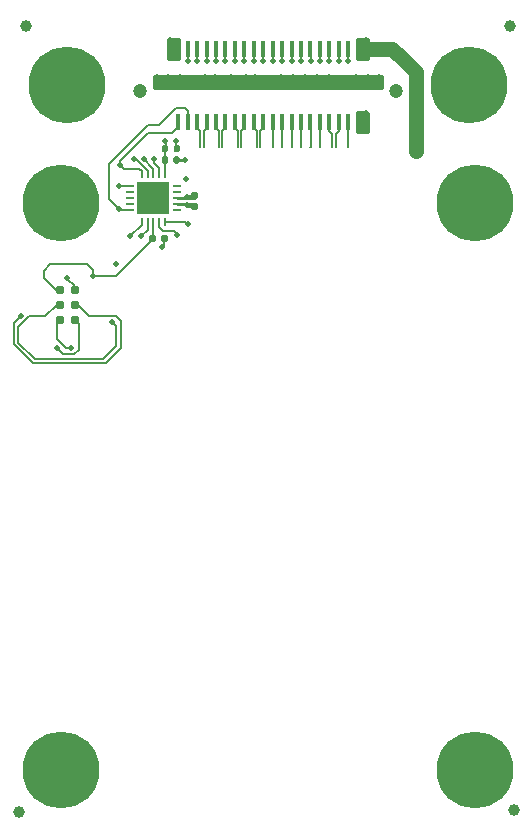
<source format=gbr>
%TF.GenerationSoftware,KiCad,Pcbnew,(5.1.9)-1*%
%TF.CreationDate,2021-04-06T13:06:01-07:00*%
%TF.ProjectId,SZG-TEMPLATE-STD,535a472d-5445-44d5-904c-4154452d5354,A*%
%TF.SameCoordinates,Original*%
%TF.FileFunction,Copper,L4,Bot*%
%TF.FilePolarity,Positive*%
%FSLAX46Y46*%
G04 Gerber Fmt 4.6, Leading zero omitted, Abs format (unit mm)*
G04 Created by KiCad (PCBNEW (5.1.9)-1) date 2021-04-06 13:06:01*
%MOMM*%
%LPD*%
G01*
G04 APERTURE LIST*
%TA.AperFunction,ConnectorPad*%
%ADD10C,0.787400*%
%TD*%
%TA.AperFunction,ComponentPad*%
%ADD11C,3.600000*%
%TD*%
%TA.AperFunction,ConnectorPad*%
%ADD12C,6.500000*%
%TD*%
%TA.AperFunction,SMDPad,CuDef*%
%ADD13R,2.700000X2.700000*%
%TD*%
%TA.AperFunction,SMDPad,CuDef*%
%ADD14O,0.800000X0.250000*%
%TD*%
%TA.AperFunction,SMDPad,CuDef*%
%ADD15O,0.250000X0.800000*%
%TD*%
%TA.AperFunction,SMDPad,CuDef*%
%ADD16R,2.540000X0.640000*%
%TD*%
%TA.AperFunction,SMDPad,CuDef*%
%ADD17R,4.700000X0.640000*%
%TD*%
%TA.AperFunction,SMDPad,CuDef*%
%ADD18R,0.460000X1.450000*%
%TD*%
%TA.AperFunction,ComponentPad*%
%ADD19C,1.200000*%
%TD*%
%TA.AperFunction,SMDPad,CuDef*%
%ADD20C,0.508000*%
%TD*%
%TA.AperFunction,SMDPad,CuDef*%
%ADD21C,1.000000*%
%TD*%
%TA.AperFunction,ViaPad*%
%ADD22C,0.508000*%
%TD*%
%TA.AperFunction,Conductor*%
%ADD23C,0.254000*%
%TD*%
%TA.AperFunction,Conductor*%
%ADD24C,0.228600*%
%TD*%
%TA.AperFunction,Conductor*%
%ADD25C,0.406400*%
%TD*%
%TA.AperFunction,Conductor*%
%ADD26C,0.177800*%
%TD*%
%TA.AperFunction,Conductor*%
%ADD27C,1.270000*%
%TD*%
%TA.AperFunction,Conductor*%
%ADD28C,0.152400*%
%TD*%
%TA.AperFunction,Conductor*%
%ADD29C,0.133350*%
%TD*%
%TA.AperFunction,Conductor*%
%ADD30C,0.100000*%
%TD*%
G04 APERTURE END LIST*
D10*
%TO.P,J2,6*%
%TO.N,GND*%
X126035000Y-83130000D03*
%TO.P,J2,2*%
%TO.N,/MCU_SCL_USCK*%
X126035000Y-85670000D03*
%TO.P,J2,5*%
%TO.N,/MCU_RESET_B*%
X124765000Y-83130000D03*
%TO.P,J2,4*%
%TO.N,/MCU_MISO*%
X126035000Y-84400000D03*
%TO.P,J2,3*%
%TO.N,/MCU_SDA_MOSI*%
X124765000Y-84400000D03*
%TO.P,J2,1*%
%TO.N,+3V3*%
X124765000Y-85670000D03*
%TD*%
D11*
%TO.P,H6,1*%
%TO.N,Net-(H6-Pad1)*%
X159900000Y-123800000D03*
D12*
X159900000Y-123800000D03*
%TD*%
D11*
%TO.P,H5,1*%
%TO.N,Net-(H5-Pad1)*%
X124900000Y-123800000D03*
D12*
X124900000Y-123800000D03*
%TD*%
D11*
%TO.P,H4,1*%
%TO.N,Net-(H4-Pad1)*%
X159900000Y-75800000D03*
D12*
X159900000Y-75800000D03*
%TD*%
D11*
%TO.P,H3,1*%
%TO.N,Net-(H3-Pad1)*%
X124900000Y-75800000D03*
D12*
X124900000Y-75800000D03*
%TD*%
D11*
%TO.P,H2,1*%
%TO.N,Net-(H2-Pad1)*%
X159400000Y-65800000D03*
D12*
X159400000Y-65800000D03*
%TD*%
D11*
%TO.P,H1,1*%
%TO.N,Net-(H1-Pad1)*%
X125400000Y-65800000D03*
D12*
X125400000Y-65800000D03*
%TD*%
D13*
%TO.P,U1,21*%
%TO.N,GND*%
X132701600Y-75360800D03*
D14*
%TO.P,U1,18*%
%TO.N,Net-(U1-Pad18)*%
X130701600Y-75360800D03*
%TO.P,U1,19*%
%TO.N,Net-(U1-Pad19)*%
X130701600Y-74860800D03*
D15*
%TO.P,U1,15*%
%TO.N,Net-(TP11-Pad1)*%
X131701600Y-77360800D03*
D14*
%TO.P,U1,20*%
%TO.N,/MCU_MISO*%
X130701600Y-74360800D03*
%TO.P,U1,16*%
%TO.N,/MCU_SDA_MOSI*%
X130701600Y-76360800D03*
D15*
%TO.P,U1,12*%
%TO.N,Net-(TP7-Pad1)*%
X133201600Y-77360800D03*
D14*
%TO.P,U1,8*%
%TO.N,GND*%
X134701600Y-75360800D03*
%TO.P,U1,6*%
%TO.N,Net-(U1-Pad6)*%
X134701600Y-74360800D03*
D15*
%TO.P,U1,1*%
%TO.N,/MCU_SCL_USCK*%
X131701600Y-73360800D03*
D14*
%TO.P,U1,17*%
%TO.N,Net-(U1-Pad17)*%
X130701600Y-75860800D03*
D15*
%TO.P,U1,14*%
%TO.N,Net-(TP9-Pad1)*%
X132201600Y-77360800D03*
%TO.P,U1,13*%
%TO.N,/MCU_RESET_B*%
X132701600Y-77360800D03*
D14*
%TO.P,U1,7*%
%TO.N,Net-(U1-Pad7)*%
X134701600Y-74860800D03*
%TO.P,U1,9*%
%TO.N,+3V3*%
X134701600Y-75860800D03*
D15*
%TO.P,U1,3*%
%TO.N,Net-(TP8-Pad1)*%
X132701600Y-73360800D03*
D14*
%TO.P,U1,10*%
%TO.N,Net-(U1-Pad10)*%
X134701600Y-76360800D03*
D15*
%TO.P,U1,11*%
%TO.N,Net-(TP5-Pad1)*%
X133701600Y-77360800D03*
%TO.P,U1,5*%
%TO.N,/R_GA*%
X133701600Y-73360800D03*
%TO.P,U1,4*%
%TO.N,Net-(TP6-Pad1)*%
X133201600Y-73360800D03*
%TO.P,U1,2*%
%TO.N,Net-(TP10-Pad1)*%
X132201600Y-73360800D03*
%TD*%
D16*
%TO.P,J1,0*%
%TO.N,GND*%
X150845320Y-65800000D03*
D17*
X145575320Y-65800000D03*
X139225320Y-65800000D03*
D16*
X133955320Y-65800000D03*
D18*
%TO.P,J1,40*%
%TO.N,+3V3*%
X150000320Y-62710000D03*
%TO.P,J1,39*%
%TO.N,/VIO*%
X150000320Y-68890000D03*
%TO.P,J1,38*%
%TO.N,/RSVD_38*%
X149200320Y-62710000D03*
%TO.P,J1,37*%
%TO.N,/RSVD_37*%
X149200320Y-68890000D03*
%TO.P,J1,36*%
%TO.N,/C2P_CLKN*%
X148400320Y-62710000D03*
%TO.P,J1,35*%
%TO.N,/P2C_CLKN*%
X148400320Y-68890000D03*
%TO.P,J1,34*%
%TO.N,/C2P_CLKP*%
X147600320Y-62710000D03*
%TO.P,J1,33*%
%TO.N,/P2C_CLKP*%
X147600320Y-68890000D03*
%TO.P,J1,32*%
%TO.N,/S27*%
X146800320Y-62710000D03*
%TO.P,J1,31*%
%TO.N,/S26*%
X146800320Y-68890000D03*
%TO.P,J1,30*%
%TO.N,/S25*%
X146000320Y-62710000D03*
%TO.P,J1,29*%
%TO.N,/S24*%
X146000320Y-68890000D03*
%TO.P,J1,28*%
%TO.N,/S23*%
X145200320Y-62710000D03*
%TO.P,J1,27*%
%TO.N,/S22*%
X145200320Y-68890000D03*
%TO.P,J1,26*%
%TO.N,/S21*%
X144400320Y-62710000D03*
%TO.P,J1,25*%
%TO.N,/S20*%
X144400320Y-68890000D03*
%TO.P,J1,24*%
%TO.N,/S19*%
X143600320Y-62710000D03*
%TO.P,J1,23*%
%TO.N,/S18*%
X143600320Y-68890000D03*
%TO.P,J1,22*%
%TO.N,/S17*%
X142800320Y-62710000D03*
%TO.P,J1,21*%
%TO.N,/S16*%
X142800320Y-68890000D03*
%TO.P,J1,20*%
%TO.N,/S15_D7N*%
X142000320Y-62710000D03*
%TO.P,J1,19*%
%TO.N,/S14_D6N*%
X142000320Y-68890000D03*
%TO.P,J1,18*%
%TO.N,/S13_D7P*%
X141200320Y-62710000D03*
%TO.P,J1,17*%
%TO.N,/S12_D6P*%
X141200320Y-68890000D03*
%TO.P,J1,16*%
%TO.N,/S11_D5N*%
X140400320Y-62710000D03*
%TO.P,J1,15*%
%TO.N,/S10_D4N*%
X140400320Y-68890000D03*
%TO.P,J1,14*%
%TO.N,/S9_D5P*%
X139600320Y-62710000D03*
%TO.P,J1,13*%
%TO.N,/S8_D4P*%
X139600320Y-68890000D03*
%TO.P,J1,12*%
%TO.N,/S7_D3N*%
X138800320Y-62710000D03*
%TO.P,J1,11*%
%TO.N,/S6_D2N*%
X138800320Y-68890000D03*
%TO.P,J1,10*%
%TO.N,/S5_D3P*%
X138000320Y-62710000D03*
%TO.P,J1,9*%
%TO.N,/S4_D2P*%
X138000320Y-68890000D03*
%TO.P,J1,8*%
%TO.N,/S3_D1N*%
X137200320Y-62710000D03*
%TO.P,J1,7*%
%TO.N,/S2_D0N*%
X137200320Y-68890000D03*
%TO.P,J1,6*%
%TO.N,/S1_D1P*%
X136400320Y-62710000D03*
%TO.P,J1,5*%
%TO.N,/S0_D0P*%
X136400320Y-68890000D03*
%TO.P,J1,4*%
%TO.N,/R_GA*%
X135600320Y-62710000D03*
%TO.P,J1,3*%
%TO.N,/MCU_SDA_MOSI*%
X135600320Y-68890000D03*
%TO.P,J1,2*%
%TO.N,+5V*%
X134800320Y-62710000D03*
%TO.P,J1,1*%
%TO.N,/MCU_SCL_USCK*%
X134800320Y-68890000D03*
D19*
%TO.P,J1,MH*%
%TO.N,N/C*%
X131555320Y-66300000D03*
X153245320Y-66300000D03*
%TD*%
D20*
%TO.P,TP11,1*%
%TO.N,Net-(TP11-Pad1)*%
X130745800Y-78612000D03*
%TD*%
%TO.P,TP10,1*%
%TO.N,Net-(TP10-Pad1)*%
X131050600Y-72033400D03*
%TD*%
%TO.P,TP9,1*%
%TO.N,Net-(TP9-Pad1)*%
X131660200Y-78612000D03*
%TD*%
%TO.P,TP8,1*%
%TO.N,Net-(TP8-Pad1)*%
X131914200Y-72033400D03*
%TD*%
%TO.P,TP7,1*%
%TO.N,Net-(TP7-Pad1)*%
X134733600Y-78459600D03*
%TD*%
%TO.P,TP6,1*%
%TO.N,Net-(TP6-Pad1)*%
X132777800Y-72033400D03*
%TD*%
%TO.P,TP5,1*%
%TO.N,Net-(TP5-Pad1)*%
X135622600Y-77596000D03*
%TD*%
%TO.P,R1,2*%
%TO.N,/R_GA*%
%TA.AperFunction,SMDPad,CuDef*%
G36*
G01*
X133934800Y-70984800D02*
X133934800Y-71354800D01*
G75*
G02*
X133799800Y-71489800I-135000J0D01*
G01*
X133529800Y-71489800D01*
G75*
G02*
X133394800Y-71354800I0J135000D01*
G01*
X133394800Y-70984800D01*
G75*
G02*
X133529800Y-70849800I135000J0D01*
G01*
X133799800Y-70849800D01*
G75*
G02*
X133934800Y-70984800I0J-135000D01*
G01*
G37*
%TD.AperFunction*%
%TO.P,R1,1*%
%TO.N,+3V3*%
%TA.AperFunction,SMDPad,CuDef*%
G36*
G01*
X134954800Y-70984800D02*
X134954800Y-71354800D01*
G75*
G02*
X134819800Y-71489800I-135000J0D01*
G01*
X134549800Y-71489800D01*
G75*
G02*
X134414800Y-71354800I0J135000D01*
G01*
X134414800Y-70984800D01*
G75*
G02*
X134549800Y-70849800I135000J0D01*
G01*
X134819800Y-70849800D01*
G75*
G02*
X134954800Y-70984800I0J-135000D01*
G01*
G37*
%TD.AperFunction*%
%TD*%
%TO.P,R2,2*%
%TO.N,/MCU_RESET_B*%
%TA.AperFunction,SMDPad,CuDef*%
G36*
G01*
X132893400Y-78604800D02*
X132893400Y-78974800D01*
G75*
G02*
X132758400Y-79109800I-135000J0D01*
G01*
X132488400Y-79109800D01*
G75*
G02*
X132353400Y-78974800I0J135000D01*
G01*
X132353400Y-78604800D01*
G75*
G02*
X132488400Y-78469800I135000J0D01*
G01*
X132758400Y-78469800D01*
G75*
G02*
X132893400Y-78604800I0J-135000D01*
G01*
G37*
%TD.AperFunction*%
%TO.P,R2,1*%
%TO.N,+3V3*%
%TA.AperFunction,SMDPad,CuDef*%
G36*
G01*
X133913400Y-78604800D02*
X133913400Y-78974800D01*
G75*
G02*
X133778400Y-79109800I-135000J0D01*
G01*
X133508400Y-79109800D01*
G75*
G02*
X133373400Y-78974800I0J135000D01*
G01*
X133373400Y-78604800D01*
G75*
G02*
X133508400Y-78469800I135000J0D01*
G01*
X133778400Y-78469800D01*
G75*
G02*
X133913400Y-78604800I0J-135000D01*
G01*
G37*
%TD.AperFunction*%
%TD*%
%TO.P,C2,2*%
%TO.N,GND*%
%TA.AperFunction,SMDPad,CuDef*%
G36*
G01*
X134374800Y-72305000D02*
X134374800Y-71965000D01*
G75*
G02*
X134514800Y-71825000I140000J0D01*
G01*
X134794800Y-71825000D01*
G75*
G02*
X134934800Y-71965000I0J-140000D01*
G01*
X134934800Y-72305000D01*
G75*
G02*
X134794800Y-72445000I-140000J0D01*
G01*
X134514800Y-72445000D01*
G75*
G02*
X134374800Y-72305000I0J140000D01*
G01*
G37*
%TD.AperFunction*%
%TO.P,C2,1*%
%TO.N,/R_GA*%
%TA.AperFunction,SMDPad,CuDef*%
G36*
G01*
X133414800Y-72305000D02*
X133414800Y-71965000D01*
G75*
G02*
X133554800Y-71825000I140000J0D01*
G01*
X133834800Y-71825000D01*
G75*
G02*
X133974800Y-71965000I0J-140000D01*
G01*
X133974800Y-72305000D01*
G75*
G02*
X133834800Y-72445000I-140000J0D01*
G01*
X133554800Y-72445000D01*
G75*
G02*
X133414800Y-72305000I0J140000D01*
G01*
G37*
%TD.AperFunction*%
%TD*%
%TO.P,C1,2*%
%TO.N,GND*%
%TA.AperFunction,SMDPad,CuDef*%
G36*
G01*
X136376800Y-75414800D02*
X136036800Y-75414800D01*
G75*
G02*
X135896800Y-75274800I0J140000D01*
G01*
X135896800Y-74994800D01*
G75*
G02*
X136036800Y-74854800I140000J0D01*
G01*
X136376800Y-74854800D01*
G75*
G02*
X136516800Y-74994800I0J-140000D01*
G01*
X136516800Y-75274800D01*
G75*
G02*
X136376800Y-75414800I-140000J0D01*
G01*
G37*
%TD.AperFunction*%
%TO.P,C1,1*%
%TO.N,+3V3*%
%TA.AperFunction,SMDPad,CuDef*%
G36*
G01*
X136376800Y-76374800D02*
X136036800Y-76374800D01*
G75*
G02*
X135896800Y-76234800I0J140000D01*
G01*
X135896800Y-75954800D01*
G75*
G02*
X136036800Y-75814800I140000J0D01*
G01*
X136376800Y-75814800D01*
G75*
G02*
X136516800Y-75954800I0J-140000D01*
G01*
X136516800Y-76234800D01*
G75*
G02*
X136376800Y-76374800I-140000J0D01*
G01*
G37*
%TD.AperFunction*%
%TD*%
D21*
%TO.P,FID1,*%
%TO.N,*%
X163212400Y-127165200D03*
%TD*%
%TO.P,FID2,*%
%TO.N,*%
X121322400Y-127350800D03*
%TD*%
%TO.P,FID3,*%
%TO.N,*%
X162900000Y-60800000D03*
%TD*%
%TO.P,FID4,*%
%TO.N,*%
X121900000Y-60800000D03*
%TD*%
D22*
%TO.N,+5V*%
X134073200Y-61993800D03*
X134073200Y-63416200D03*
X134066940Y-62716200D03*
%TO.N,GND*%
X125400000Y-82100000D03*
X132295200Y-75960800D03*
X133301600Y-75960800D03*
X132295200Y-74751200D03*
X133301600Y-74751200D03*
X137883200Y-65150000D03*
X140499400Y-65150000D03*
X141261400Y-65150000D03*
X139229400Y-65150000D03*
X137095800Y-65150000D03*
X134936800Y-65150000D03*
X133946200Y-65150000D03*
X132981000Y-65150000D03*
X135521000Y-75259200D03*
X135394000Y-72135000D03*
X135419400Y-73786000D03*
X149879800Y-65150000D03*
X150845000Y-65150000D03*
X151835600Y-65150000D03*
X143517600Y-65150000D03*
X145575000Y-65150000D03*
X147607000Y-65150000D03*
X146591000Y-65150000D03*
X144559000Y-65150000D03*
%TO.N,+3V3*%
X125700000Y-88050000D03*
X135521000Y-75945000D03*
X133412800Y-79501000D03*
X134632000Y-70509400D03*
X150735600Y-63415000D03*
X150729340Y-62715000D03*
X150729340Y-62003800D03*
X129550000Y-80900000D03*
%TO.N,/R_GA*%
X133717600Y-70509400D03*
X135597200Y-63778400D03*
%TO.N,/RSVD_38*%
X149202120Y-63778400D03*
%TO.N,/C2P_CLKN*%
X148402020Y-63778400D03*
%TO.N,/C2P_CLKP*%
X147601920Y-63778400D03*
%TO.N,/S27*%
X146801820Y-63778400D03*
%TO.N,/S25*%
X146001720Y-63778400D03*
%TO.N,/S23*%
X145201620Y-63778400D03*
%TO.N,/S21*%
X144401520Y-63778400D03*
%TO.N,/S19*%
X143601420Y-63778400D03*
%TO.N,/S17*%
X142801320Y-63778400D03*
%TO.N,/S15_D7N*%
X142001220Y-63778400D03*
%TO.N,/S13_D7P*%
X141201120Y-63778400D03*
%TO.N,/S11_D5N*%
X140401020Y-63778400D03*
%TO.N,/S9_D5P*%
X139600920Y-63778400D03*
%TO.N,/S7_D3N*%
X138800820Y-63778400D03*
%TO.N,/S5_D3P*%
X138000720Y-63778400D03*
%TO.N,/S3_D1N*%
X137200620Y-63778400D03*
%TO.N,/S1_D1P*%
X136400520Y-63778400D03*
%TO.N,/MCU_SDA_MOSI*%
X129806000Y-76326000D03*
X129199996Y-85819910D03*
%TO.N,/MCU_SCL_USCK*%
X124500000Y-88050000D03*
X129907600Y-72566800D03*
%TO.N,/MCU_MISO*%
X121450002Y-85350000D03*
X129806000Y-74370200D03*
%TO.N,/MCU_RESET_B*%
X127550000Y-81950000D03*
%TO.N,/VIO*%
X150729340Y-68158400D03*
X150729340Y-68895000D03*
X150735600Y-69595000D03*
%TD*%
D23*
%TO.N,GND*%
X134634800Y-72135000D02*
X135394000Y-72135000D01*
D24*
X134701600Y-75360800D02*
X135419400Y-75360800D01*
X135419400Y-75360800D02*
X135521000Y-75259200D01*
D25*
X136102400Y-75259200D02*
X136206800Y-75154800D01*
X135521000Y-75259200D02*
X136102400Y-75259200D01*
D26*
X125400000Y-82200000D02*
X125400000Y-82100000D01*
X126035000Y-82835000D02*
X125400000Y-82200000D01*
X126035000Y-83130000D02*
X126035000Y-82835000D01*
%TO.N,+3V3*%
X124500000Y-87259210D02*
X125290790Y-88050000D01*
X124500000Y-85935000D02*
X124500000Y-87259210D01*
X124765000Y-85670000D02*
X124500000Y-85935000D01*
X125290790Y-88050000D02*
X125700000Y-88050000D01*
X133583400Y-79330400D02*
X133583400Y-78789800D01*
X133412800Y-79501000D02*
X133583400Y-79330400D01*
D24*
X134701600Y-75860800D02*
X135436800Y-75860800D01*
X135436800Y-75860800D02*
X135521000Y-75945000D01*
D25*
X136077000Y-75945000D02*
X136206800Y-76074800D01*
X135521000Y-75945000D02*
X136077000Y-75945000D01*
D26*
X134624800Y-71169800D02*
X134624800Y-70516600D01*
X134624800Y-70516600D02*
X134632000Y-70509400D01*
D27*
X154926600Y-71398400D02*
X154926600Y-64718200D01*
X150729340Y-62715000D02*
X152923400Y-62715000D01*
X152923400Y-62715000D02*
X153804200Y-63595800D01*
X153804200Y-63595800D02*
X154926600Y-64718200D01*
D26*
%TO.N,/R_GA*%
X133701600Y-71193000D02*
X133724800Y-71169800D01*
X133724800Y-71169800D02*
X133724800Y-70465800D01*
X133717600Y-70458600D02*
X133724800Y-70465800D01*
X133701600Y-73360800D02*
X133701600Y-71193000D01*
X135600420Y-63775180D02*
X135600420Y-62710000D01*
X135597200Y-63778400D02*
X135600420Y-63775180D01*
%TO.N,/RSVD_38*%
X149202120Y-63778400D02*
X149202120Y-62710000D01*
D28*
%TO.N,/RSVD_37*%
X149202120Y-71000000D02*
X149202120Y-68890000D01*
D29*
%TO.N,/C2P_CLKN*%
X148402020Y-63778400D02*
X148402020Y-62710000D01*
%TO.N,/P2C_CLKN*%
X148402020Y-69681670D02*
X148402020Y-68890000D01*
X148144850Y-69938850D02*
X148402020Y-69681670D01*
X148144850Y-71000000D02*
X148144850Y-69938850D01*
%TO.N,/C2P_CLKP*%
X147601920Y-63778400D02*
X147601920Y-62710000D01*
%TO.N,/P2C_CLKP*%
X147601920Y-69681670D02*
X147601920Y-68890000D01*
X147859100Y-69938850D02*
X147601920Y-69681670D01*
X147859100Y-71000000D02*
X147859100Y-69938850D01*
D26*
%TO.N,/S27*%
X146801820Y-63778400D02*
X146801820Y-62710000D01*
D28*
%TO.N,/S26*%
X146801820Y-71000000D02*
X146801820Y-68890000D01*
D26*
%TO.N,/S25*%
X146001720Y-63778400D02*
X146001720Y-62710000D01*
D28*
%TO.N,/S24*%
X146001720Y-70998280D02*
X146001720Y-68890000D01*
X146000000Y-71000000D02*
X146001720Y-70998280D01*
D26*
%TO.N,/S23*%
X145201620Y-63778400D02*
X145201620Y-62710000D01*
D28*
%TO.N,/S22*%
X145201620Y-71000000D02*
X145201620Y-68890000D01*
D26*
%TO.N,/S21*%
X144401520Y-63778400D02*
X144401520Y-62710000D01*
D28*
%TO.N,/S20*%
X144401520Y-71000000D02*
X144401520Y-68890000D01*
D26*
%TO.N,/S19*%
X143601420Y-63778400D02*
X143601420Y-62710000D01*
D28*
%TO.N,/S18*%
X143601420Y-71000000D02*
X143601420Y-68890000D01*
D26*
%TO.N,/S17*%
X142801320Y-63778400D02*
X142801320Y-62710000D01*
D28*
%TO.N,/S16*%
X142801320Y-71000000D02*
X142801320Y-68890000D01*
D29*
%TO.N,/S15_D7N*%
X142001220Y-63778400D02*
X142001220Y-62710000D01*
%TO.N,/S14_D6N*%
X142001220Y-69464780D02*
X142001220Y-68890000D01*
X141744050Y-69721950D02*
X142001220Y-69464780D01*
X141744050Y-71000000D02*
X141744050Y-69721950D01*
%TO.N,/S13_D7P*%
X141201120Y-63778400D02*
X141201120Y-62710000D01*
%TO.N,/S12_D6P*%
X141201120Y-69458520D02*
X141201120Y-68890000D01*
X141458300Y-69715690D02*
X141201120Y-69458520D01*
X141458300Y-71000000D02*
X141458300Y-69715690D01*
%TO.N,/S11_D5N*%
X140401020Y-63778400D02*
X140401020Y-62710000D01*
%TO.N,/S10_D4N*%
X140401020Y-69464780D02*
X140401020Y-68890000D01*
X140143850Y-69721950D02*
X140401020Y-69464780D01*
X140143850Y-71000000D02*
X140143850Y-69721950D01*
%TO.N,/S9_D5P*%
X139600920Y-63778400D02*
X139600920Y-62710000D01*
%TO.N,/S8_D4P*%
X139600920Y-69458520D02*
X139600920Y-68890000D01*
X139858100Y-69715690D02*
X139600920Y-69458520D01*
X139858100Y-71000000D02*
X139858100Y-69715690D01*
%TO.N,/S7_D3N*%
X138800820Y-63778400D02*
X138800820Y-62710000D01*
%TO.N,/S6_D2N*%
X138800820Y-69464780D02*
X138800820Y-68890000D01*
X138543650Y-69721950D02*
X138800820Y-69464780D01*
X138543650Y-71000000D02*
X138543650Y-69721950D01*
%TO.N,/S5_D3P*%
X138000720Y-63778400D02*
X138000720Y-62710000D01*
%TO.N,/S4_D2P*%
X138000720Y-69458520D02*
X138000720Y-68890000D01*
X138257900Y-69715690D02*
X138000720Y-69458520D01*
X138257900Y-71000000D02*
X138257900Y-69715690D01*
%TO.N,/S3_D1N*%
X137200620Y-63778400D02*
X137200620Y-62710000D01*
%TO.N,/S2_D0N*%
X137200620Y-69464780D02*
X137200620Y-68890000D01*
X136943450Y-69721950D02*
X137200620Y-69464780D01*
X136943450Y-71000000D02*
X136943450Y-69721950D01*
%TO.N,/S1_D1P*%
X136400520Y-63778400D02*
X136400520Y-62710000D01*
%TO.N,/S0_D0P*%
X136400520Y-69458520D02*
X136400520Y-68890000D01*
X136657700Y-69715700D02*
X136400520Y-69458520D01*
X136657700Y-71000000D02*
X136657700Y-69715700D01*
D26*
%TO.N,/MCU_SDA_MOSI*%
X135600420Y-68890000D02*
X135600420Y-67947220D01*
X135394000Y-67740800D02*
X135600420Y-67947220D01*
X130692200Y-76351400D02*
X130701600Y-76360800D01*
X133158800Y-69163200D02*
X134581200Y-67740800D01*
X134581200Y-67740800D02*
X135394000Y-67740800D01*
X128917000Y-75437000D02*
X129806000Y-76326000D01*
X128917000Y-75437000D02*
X128917000Y-72490600D01*
X128917000Y-72490600D02*
X132244400Y-69163200D01*
X132244400Y-69163200D02*
X133158800Y-69163200D01*
X129780600Y-76351400D02*
X130692200Y-76351400D01*
X129550000Y-86169914D02*
X129199996Y-85819910D01*
X129550000Y-87875000D02*
X129550000Y-86169914D01*
X128425000Y-89000000D02*
X129550000Y-87875000D01*
X122650000Y-89000000D02*
X128425000Y-89000000D01*
X121275000Y-87625000D02*
X122650000Y-89000000D01*
X121275000Y-86275000D02*
X121275000Y-87625000D01*
X122200000Y-85350000D02*
X121275000Y-86275000D01*
X123550000Y-85350000D02*
X122200000Y-85350000D01*
X124500000Y-84400000D02*
X123550000Y-85350000D01*
X124765000Y-84400000D02*
X124500000Y-84400000D01*
%TO.N,/MCU_SCL_USCK*%
X126400000Y-86035000D02*
X126035000Y-85670000D01*
X126000000Y-88600000D02*
X126400000Y-88200000D01*
X126400000Y-88200000D02*
X126400000Y-86035000D01*
X125050000Y-88600000D02*
X126000000Y-88600000D01*
X124500000Y-88050000D02*
X125050000Y-88600000D01*
X134800320Y-69350480D02*
X134800320Y-68890000D01*
X131507800Y-72871600D02*
X131701600Y-73065400D01*
X131701600Y-73360800D02*
X131701600Y-73065400D01*
X132219000Y-69874400D02*
X134276400Y-69874400D01*
X134276400Y-69874400D02*
X134800320Y-69350480D01*
X129907600Y-72566800D02*
X130212400Y-72871600D01*
X129907600Y-72566800D02*
X129907600Y-72185800D01*
X130212400Y-72871600D02*
X131507800Y-72871600D01*
X129907600Y-72185800D02*
X132219000Y-69874400D01*
%TO.N,/MCU_MISO*%
X129806000Y-74370200D02*
X130692200Y-74370200D01*
X130692200Y-74370200D02*
X130701600Y-74360800D01*
X126300000Y-84400000D02*
X126035000Y-84400000D01*
X127250000Y-85350000D02*
X126300000Y-84400000D01*
X129495450Y-85350000D02*
X127250000Y-85350000D01*
X129925000Y-88075000D02*
X129925000Y-85779550D01*
X128650000Y-89350000D02*
X129925000Y-88075000D01*
X122500000Y-89350000D02*
X128650000Y-89350000D01*
X129925000Y-85779550D02*
X129495450Y-85350000D01*
X120875000Y-87725000D02*
X122500000Y-89350000D01*
X120875000Y-85925002D02*
X120875000Y-87725000D01*
X121450002Y-85350000D02*
X120875000Y-85925002D01*
%TO.N,/MCU_RESET_B*%
X127550000Y-81450000D02*
X127050000Y-80950000D01*
X123950000Y-80950000D02*
X123400000Y-81500000D01*
X127550000Y-81950000D02*
X127550000Y-81450000D01*
X124430000Y-83130000D02*
X124765000Y-83130000D01*
X123400000Y-82100000D02*
X124430000Y-83130000D01*
X127050000Y-80950000D02*
X123950000Y-80950000D01*
X123400000Y-81500000D02*
X123400000Y-82100000D01*
X132701600Y-78771600D02*
X132701600Y-77360800D01*
X129523200Y-81950000D02*
X127550000Y-81950000D01*
X132683400Y-78789800D02*
X129523200Y-81950000D01*
%TO.N,Net-(TP11-Pad1)*%
X131701600Y-77656200D02*
X131701600Y-77360800D01*
X130745800Y-78612000D02*
X131701600Y-77656200D01*
%TO.N,Net-(TP7-Pad1)*%
X133201600Y-77842000D02*
X133201600Y-77360800D01*
X133201600Y-77842000D02*
X133489000Y-78129400D01*
X133489000Y-78129400D02*
X134403400Y-78129400D01*
X134403400Y-78129400D02*
X134733600Y-78459600D01*
%TO.N,Net-(TP9-Pad1)*%
X132201600Y-78070600D02*
X132201600Y-77360800D01*
X131660200Y-78612000D02*
X132201600Y-78070600D01*
%TO.N,Net-(TP8-Pad1)*%
X132701600Y-73360800D02*
X132701600Y-72871600D01*
X131914200Y-72084200D02*
X132701600Y-72871600D01*
X131914200Y-72084200D02*
X131914200Y-72033400D01*
%TO.N,Net-(TP5-Pad1)*%
X133701600Y-77360800D02*
X135387400Y-77360800D01*
X135387400Y-77360800D02*
X135622600Y-77596000D01*
%TO.N,Net-(TP6-Pad1)*%
X133201600Y-73360800D02*
X133201600Y-72838200D01*
X132777800Y-72414400D02*
X133201600Y-72838200D01*
X132777800Y-72414400D02*
X132777800Y-72033400D01*
%TO.N,Net-(TP10-Pad1)*%
X132201600Y-73360800D02*
X132201600Y-73032000D01*
X131203000Y-72033400D02*
X132201600Y-73032000D01*
X131050600Y-72033400D02*
X131203000Y-72033400D01*
%TD*%
D23*
%TO.N,GND*%
X152056400Y-65946702D02*
X152032989Y-66064400D01*
X132767651Y-66064400D01*
X132752400Y-65987725D01*
X132752400Y-64997600D01*
X152056400Y-64997600D01*
X152056400Y-65946702D01*
%TA.AperFunction,Conductor*%
D30*
G36*
X152056400Y-65946702D02*
G01*
X152032989Y-66064400D01*
X132767651Y-66064400D01*
X132752400Y-65987725D01*
X132752400Y-64997600D01*
X152056400Y-64997600D01*
X152056400Y-65946702D01*
G37*
%TD.AperFunction*%
%TD*%
D23*
%TO.N,/VIO*%
X150759137Y-68107304D02*
X150828217Y-68274078D01*
X150856350Y-68316182D01*
X150856350Y-69733200D01*
X149916550Y-69733200D01*
X149916550Y-68031400D01*
X150744039Y-68031400D01*
X150759137Y-68107304D01*
%TA.AperFunction,Conductor*%
D30*
G36*
X150759137Y-68107304D02*
G01*
X150828217Y-68274078D01*
X150856350Y-68316182D01*
X150856350Y-69733200D01*
X149916550Y-69733200D01*
X149916550Y-68031400D01*
X150744039Y-68031400D01*
X150759137Y-68107304D01*
G37*
%TD.AperFunction*%
%TD*%
D23*
%TO.N,+5V*%
X134886000Y-63568600D02*
X133946200Y-63568600D01*
X133946200Y-61866800D01*
X134886000Y-61866800D01*
X134886000Y-63568600D01*
%TA.AperFunction,Conductor*%
D30*
G36*
X134886000Y-63568600D02*
G01*
X133946200Y-63568600D01*
X133946200Y-61866800D01*
X134886000Y-61866800D01*
X134886000Y-63568600D01*
G37*
%TD.AperFunction*%
%TD*%
D23*
%TO.N,+3V3*%
X150841800Y-63560176D02*
X149902000Y-63560176D01*
X149902000Y-61858376D01*
X150841800Y-61858376D01*
X150841800Y-63560176D01*
%TA.AperFunction,Conductor*%
D30*
G36*
X150841800Y-63560176D02*
G01*
X149902000Y-63560176D01*
X149902000Y-61858376D01*
X150841800Y-61858376D01*
X150841800Y-63560176D01*
G37*
%TD.AperFunction*%
%TD*%
M02*

</source>
